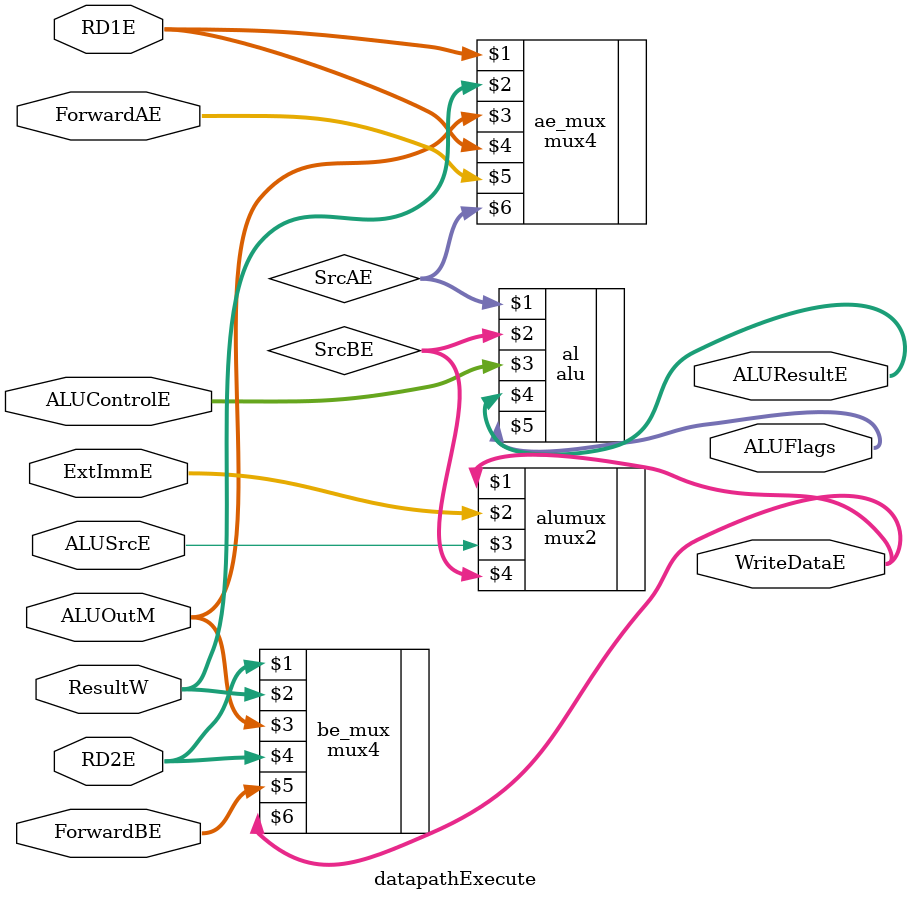
<source format=sv>
`timescale 1ns / 1ps

module datapathExecute(input logic [31:0] RD2E, ExtImmE, // DEreg --> Mux
                       //input logic [31:0] SrcBE, // Mux --> ALU
                       input logic [31:0] RD1E, // DEreg --> ALU
                       output logic [31:0] ALUResultE, // ALU --> EMreg
                       output logic [3:0] ALUFlags, // ALU --> Controller
                       input logic ALUSrcE, // Controller --> Mux
                       input logic [1:0] ALUControlE, // Controller --> ALU
                       // For hazards
                       output logic [31:0] WriteDataE,
                       input logic [31:0] ALUOutM, ResultW,
                       // Hazard Unit signals
                       input logic [1:0] ForwardAE, ForwardBE); 
    // Mux
    logic [31:0] SrcAE, SrcBE;
    mux4 # (32) ae_mux(RD1E, ResultW, ALUOutM, RD1E, ForwardAE, SrcAE);
    mux4 # (32) be_mux(RD2E, ResultW, ALUOutM, RD2E, ForwardBE, WriteDataE);
    mux2 #(32) alumux(WriteDataE, ExtImmE, ALUSrcE, SrcBE);
    // ALU
    alu al(SrcAE, SrcBE, ALUControlE, ALUResultE, ALUFlags);
endmodule
</source>
